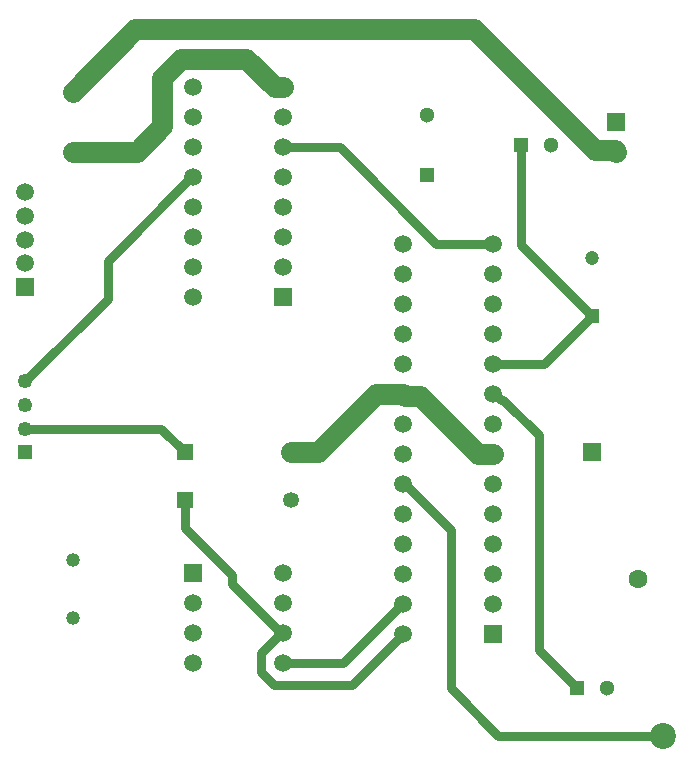
<source format=gbl>
G04*
G04 #@! TF.GenerationSoftware,Altium Limited,Altium Designer,22.8.2 (66)*
G04*
G04 Layer_Physical_Order=2*
G04 Layer_Color=16711680*
%FSLAX43Y43*%
%MOMM*%
G71*
G04*
G04 #@! TF.SameCoordinates,B507F7F0-0314-43D2-82EB-6D1F289CE23D*
G04*
G04*
G04 #@! TF.FilePolarity,Positive*
G04*
G01*
G75*
%ADD19C,2.200*%
%ADD26R,1.600X1.600*%
%ADD27C,1.600*%
%ADD30C,1.300*%
%ADD31R,1.300X1.300*%
%ADD34C,0.800*%
%ADD35C,1.800*%
%ADD37C,1.250*%
%ADD38R,1.250X1.250*%
%ADD39C,1.500*%
%ADD40R,1.500X1.500*%
%ADD41C,1.550*%
%ADD42R,1.550X1.550*%
%ADD43R,1.350X1.350*%
%ADD44C,1.350*%
%ADD45R,1.500X1.500*%
%ADD46C,1.192*%
%ADD47R,1.300X1.300*%
%ADD48R,1.200X1.200*%
%ADD49C,1.200*%
D19*
X120000Y58000D02*
D03*
D26*
X114000Y82000D02*
D03*
D27*
X117850Y71300D02*
D03*
D30*
X115270Y62000D02*
D03*
X100000Y110540D02*
D03*
X70000Y112540D02*
D03*
X110540Y108000D02*
D03*
D31*
X100000Y105460D02*
D03*
X70000Y107460D02*
D03*
D34*
X100810Y99620D02*
X105620D01*
X87810Y107810D02*
X92620D01*
X100810Y99620D01*
X72987Y94987D02*
Y98214D01*
X80043Y105270D01*
X80190D01*
X66000Y88000D02*
X72987Y94987D01*
X109475Y65255D02*
Y83425D01*
Y65255D02*
X112730Y62000D01*
X106469Y86430D02*
X109475Y83425D01*
X106299Y86430D02*
X106469D01*
X105809Y86920D02*
X106299Y86430D01*
X105620Y86920D02*
X105809D01*
X106000Y58000D02*
X120000D01*
X102000Y62000D02*
X106000Y58000D01*
X102000Y62000D02*
Y75447D01*
X87737Y66730D02*
X87801Y66665D01*
X87737Y66730D02*
X87810D01*
X87663D02*
X87737D01*
X93690Y62290D02*
X98000Y66600D01*
X87023Y62290D02*
X93690D01*
X85910Y63403D02*
Y64977D01*
Y63403D02*
X87023Y62290D01*
X85910Y64977D02*
X87663Y66730D01*
X92903Y64190D02*
X97853Y69140D01*
X98000D01*
X87810Y64190D02*
X92903D01*
X97935Y66665D02*
X98000Y66600D01*
Y79300D02*
X98147D01*
X102000Y75447D01*
X105620Y89460D02*
X109900D01*
X114000Y93560D01*
X108000Y99560D02*
Y108000D01*
Y99560D02*
X114000Y93560D01*
X66000Y84000D02*
X77500D01*
X79500Y82000D01*
X87810Y97650D02*
X87999D01*
X97811Y92000D02*
X98000D01*
X87810Y100190D02*
X87957D01*
X87810Y102730D02*
X87957D01*
X87810Y105270D02*
X87957D01*
X80001Y95110D02*
X80190D01*
X80001Y97650D02*
X80190D01*
X66000Y100000D02*
X66095Y100095D01*
X80095D02*
X80190Y100190D01*
X80001Y102730D02*
X80190D01*
X79500Y75626D02*
X83504Y71622D01*
Y70889D02*
Y71622D01*
X79500Y75626D02*
Y78000D01*
X83504Y70889D02*
X87663Y66730D01*
D35*
X98000Y86920D02*
X98140Y86780D01*
X88500Y82000D02*
X90790D01*
X95710Y86920D02*
X98000D01*
X98140Y86780D02*
X99410D01*
X90790Y82000D02*
X95710Y86920D01*
X104350Y81840D02*
X105620D01*
X99410Y86780D02*
X104350Y81840D01*
X75300Y117840D02*
X103953D01*
X114218Y107575D01*
X115885D01*
X70000Y112540D02*
X75300Y117840D01*
X115885Y107575D02*
X116000Y107460D01*
X75460D02*
X77598Y109598D01*
Y113692D01*
X79196Y115290D02*
X84710D01*
X87110Y112890D01*
X87810D01*
X77598Y113692D02*
X79196Y115290D01*
X70000Y107460D02*
X75460D01*
D37*
X66000Y88000D02*
D03*
Y86000D02*
D03*
Y84000D02*
D03*
D38*
Y82000D02*
D03*
D39*
Y104000D02*
D03*
Y102000D02*
D03*
Y100000D02*
D03*
Y98000D02*
D03*
X87810Y64190D02*
D03*
Y66730D02*
D03*
Y69270D02*
D03*
Y71810D02*
D03*
X80190Y64190D02*
D03*
Y66730D02*
D03*
Y69270D02*
D03*
Y112890D02*
D03*
Y110350D02*
D03*
Y107810D02*
D03*
Y105270D02*
D03*
Y102730D02*
D03*
Y100190D02*
D03*
Y97650D02*
D03*
Y95110D02*
D03*
X87810Y112890D02*
D03*
Y110350D02*
D03*
Y107810D02*
D03*
Y105270D02*
D03*
Y102730D02*
D03*
Y100190D02*
D03*
Y97650D02*
D03*
X98000Y99620D02*
D03*
Y97080D02*
D03*
Y94540D02*
D03*
Y92000D02*
D03*
Y89460D02*
D03*
Y86920D02*
D03*
Y84380D02*
D03*
Y81840D02*
D03*
Y79300D02*
D03*
Y76760D02*
D03*
Y74220D02*
D03*
Y71680D02*
D03*
Y69140D02*
D03*
Y66600D02*
D03*
X105620Y99620D02*
D03*
Y97080D02*
D03*
Y94540D02*
D03*
Y92000D02*
D03*
Y89460D02*
D03*
Y86920D02*
D03*
Y84380D02*
D03*
Y81840D02*
D03*
Y79300D02*
D03*
Y76760D02*
D03*
Y74220D02*
D03*
Y71680D02*
D03*
Y69140D02*
D03*
D40*
X66000Y96000D02*
D03*
D41*
X116000Y107460D02*
D03*
D42*
Y110000D02*
D03*
D43*
X79500Y78000D02*
D03*
Y82000D02*
D03*
D44*
X88500Y78000D02*
D03*
Y82000D02*
D03*
D45*
X80190Y71810D02*
D03*
X87810Y95110D02*
D03*
X105620Y66600D02*
D03*
D46*
X70000Y68000D02*
D03*
Y72880D02*
D03*
D47*
X112730Y62000D02*
D03*
X108000Y108000D02*
D03*
D48*
X114000Y93560D02*
D03*
D49*
Y98440D02*
D03*
M02*

</source>
